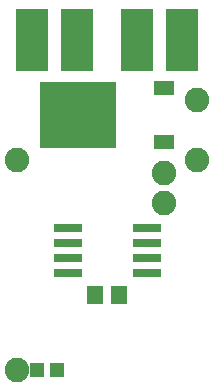
<source format=gbr>
G04 EAGLE Gerber RS-274X export*
G75*
%MOIN*%
%FSLAX34Y34*%
%LPD*%
%INSoldermask Bottom*%
%IPPOS*%
%AMOC8*
5,1,8,0,0,1.08239X$1,22.5*%
G01*
%ADD10R,0.108000X0.208000*%
%ADD11C,0.082000*%
%ADD12R,0.055244X0.059181*%
%ADD13R,0.252094X0.220598*%
%ADD14R,0.070992X0.047370*%
%ADD15R,0.047370X0.051307*%
%ADD16R,0.094614X0.031622*%


D10*
X21000Y27500D03*
D11*
X15500Y23500D03*
X15500Y16500D03*
X21500Y23500D03*
X21500Y25500D03*
X20375Y23063D03*
X20375Y22063D03*
D12*
X18900Y19000D03*
X18100Y19000D03*
D10*
X17500Y27500D03*
X19500Y27500D03*
X16000Y27500D03*
D13*
X17516Y25000D03*
D14*
X20390Y25898D03*
X20390Y24102D03*
D15*
X16165Y16500D03*
X16835Y16500D03*
D16*
X17195Y20250D03*
X19805Y20250D03*
X17195Y19750D03*
X17195Y20750D03*
X17195Y21250D03*
X19805Y19750D03*
X19805Y20750D03*
X19805Y21250D03*
M02*

</source>
